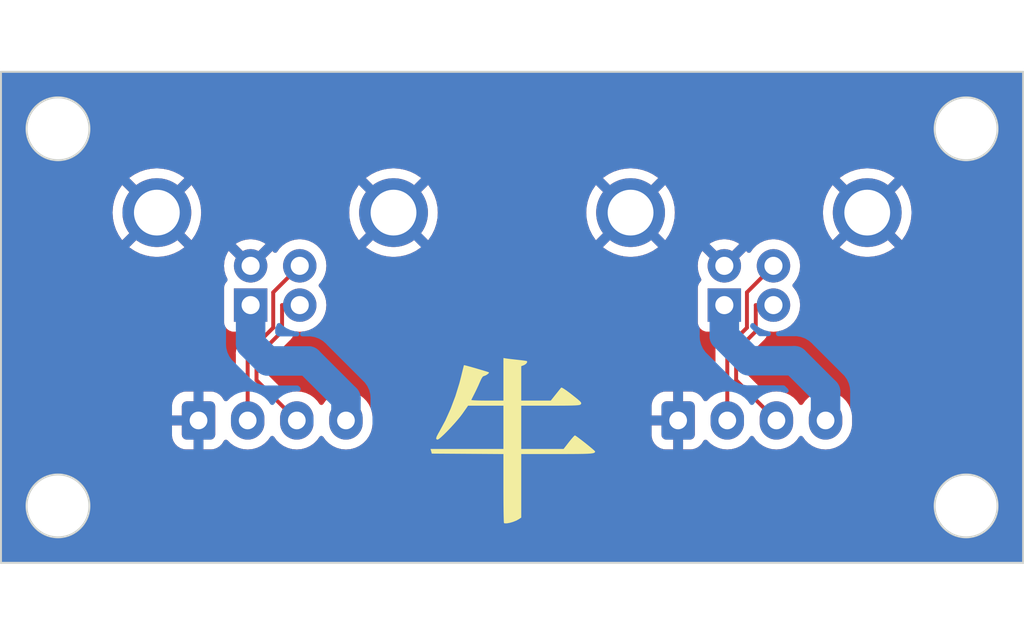
<source format=kicad_pcb>
(kicad_pcb (version 20221018) (generator pcbnew)
  (layers (0 "F.Cu" signal) (31 "B.Cu" signal) (34 "B.Paste" user) (35 "F.Paste" user) (36 "B.SilkS" user "B.Silkscreen") (37 "F.SilkS" user "F.Silkscreen") (38 "B.Mask" user) (39 "F.Mask" user) (44 "Edge.Cuts" user))
  (net 0 "")
  (net 1 "Net-(J1-Pin_4)")
  (net 2 "Net-(J2-Pin_4)")
  (net 3 "/USB1_D+")
  (net 4 "/USB1_D-")
  (net 5 "/USB2_D+")
  (net 6 "/USB2_D-")
  (net 7 "GND")
  (footprint "LOGO" (layer "F.Cu") (at 132.67987 136.925671)
    (fp_text reference "G***" hide)
    (fp_text value "LOGO" hide)
    (fp_poly (pts (xy -0.226785 -4.00037) (xy -0.112544 -3.985065) (xy 0.059072 -3.964462) (xy 0.259475 -3.941929) (xy 0.364695 -3.930659) (xy 0.547634 -3.909868) (xy 0.695759 -3.890084) (xy 0.789789 -3.874051) (xy 0.812803 -3.866903) (xy 0.819515 -3.809253) (xy 0.768593 -3.736309) (xy 0.679224 -3.672311) (xy 0.647861 -3.658509) (xy 0.518368 -3.609631) (xy 0.518368 -2.733557) (xy 0.518368 -1.857483) (xy 1.269454 -1.857483) (xy 2.020541 -1.857483) (xy 2.269766 -2.170664) (xy 2.382973 -2.312507) (xy 2.477343 -2.429983) (xy 2.538853 -2.50567) (xy 2.552691 -2.522159) (xy 2.597032 -2.5112) (xy 2.694947 -2.454365) (xy 2.833044 -2.360367) (xy 2.997934 -2.237917) (xy 3.041355 -2.204209) (xy 3.251116 -2.039119) (xy 3.400718 -1.917829) (xy 3.498433 -1.831401) (xy 3.552532 -1.7709) (xy 3.571287 -1.727387) (xy 3.562971 -1.691924) (xy 3.542177 -1.663096) (xy 3.517139 -1.645433) (xy 3.468795 -1.631214) (xy 3.38874 -1.620085) (xy 3.268568 -1.611693) (xy 3.099877 -1.605683) (xy 2.87426 -1.601701) (xy 2.583313 -1.599394) (xy 2.218632 -1.598408) (xy 2.003384 -1.5983) (xy 0.518368 -1.5983) (xy 0.518368 -0.496769) (xy 0.518368 0.604762) (xy 1.595544 0.604762) (xy 2.672721 0.604762) (xy 2.940057 0.259183) (xy 3.056134 0.11403) (xy 3.155397 -0.001088) (xy 3.224783 -0.071513) (xy 3.248086 -0.086395) (xy 3.294632 -0.060899) (xy 3.392045 0.007864) (xy 3.525759 0.108309) (xy 3.681212 0.228849) (xy 3.843837 0.357899) (xy 3.999072 0.483872) (xy 4.13235 0.595183) (xy 4.229109 0.680245) (xy 4.274783 0.727474) (xy 4.276531 0.731728) (xy 4.271613 0.763213) (xy 4.251936 0.789288) (xy 4.210117 0.810459) (xy 4.138774 0.827231) (xy 4.030524 0.840109) (xy 3.877982 0.849599) (xy 3.673767 0.856207) (xy 3.410494 0.860438) (xy 3.080782 0.862797) (xy 2.677247 0.863791) (xy 2.345613 0.863945) (xy 0.518368 0.863945) (xy 0.518368 2.480902) (xy 0.518368 4.097858) (xy 0.399575 4.179652) (xy 0.266341 4.253416) (xy 0.104332 4.317658) (xy -0.063333 4.366384) (xy -0.213537 4.393599) (xy -0.323165 4.393307) (xy -0.360529 4.376771) (xy -0.366677 4.328797) (xy -0.372363 4.203734) (xy -0.37744 4.010888) (xy -0.381759 3.759564) (xy -0.385171 3.459068) (xy -0.387529 3.118705) (xy -0.388683 2.74778) (xy -0.388775 2.606704) (xy -0.388775 0.864883) (xy -2.210761 0.853615) (xy -4.032746 0.842347) (xy -4.064508 0.723554) (xy -4.09627 0.604762) (xy -2.242522 0.604762) (xy -0.388775 0.604762) (xy -0.388775 -0.496769) (xy -0.388775 -1.5983) (xy -1.287346 -1.5983) (xy -2.185917 -1.5983) (xy -2.464472 -1.198725) (xy -2.579967 -1.044637) (xy -2.726829 -0.865944) (xy -2.894315 -0.673889) (xy -3.071681 -0.479716) (xy -3.248183 -0.29467) (xy -3.413077 -0.129993) (xy -3.555619 0.003069) (xy -3.665065 0.093274) (xy -3.730672 0.129377) (xy -3.733726 0.129591) (xy -3.794872 0.115798) (xy -3.812968 0.067803) (xy -3.785867 -0.024317) (xy -3.711424 -0.170486) (xy -3.643456 -0.287729) (xy -3.349184 -0.833489) (xy -3.075531 -1.441482) (xy -2.831746 -2.088297) (xy -2.627077 -2.750523) (xy -2.545441 -3.067007) (xy -2.494046 -3.278809) (xy -2.449705 -3.458149) (xy -2.416327 -3.589482) (xy -2.397818 -3.657259) (xy -2.395681 -3.662975) (xy -2.353844 -3.655855) (xy -2.246785 -3.62859) (xy -2.091914 -3.586238) (xy -1.906647 -3.533859) (xy -1.708397 -3.47651) (xy -1.514575 -3.419249) (xy -1.342597 -3.367136) (xy -1.209874 -3.325229) (xy -1.13382 -3.298586) (xy -1.123129 -3.293305) (xy -1.132396 -3.257018) (xy -1.192242 -3.202183) (xy -1.27557 -3.148068) (xy -1.355283 -3.113943) (xy -1.380618 -3.110204) (xy -1.440006 -3.075108) (xy -1.510012 -2.965957) (xy -1.577461 -2.818623) (xy -1.663109 -2.623293) (xy -1.765857 -2.40283) (xy -1.853569 -2.22466) (xy -1.92838 -2.077722) (xy -1.98745 -1.960923) (xy -2.020131 -1.895333) (xy -2.022717 -1.889881) (xy -1.986462 -1.879832) (xy -1.87674 -1.871052) (xy -1.706474 -1.864058) (xy -1.488589 -1.859367) (xy -1.236008 -1.857496) (xy -1.213123 -1.857483) (xy -0.388775 -1.857483) (xy -0.388775 -2.941212) (xy -0.388775 -4.024941)) (fill solid) (layer "F.SilkS"))
  )
  (footprint "remote-board:JST_XH_S4B-XH-A_1x04_P2.50mm_Horizontal_0.9mm_hole" (layer "F.Cu") (at 141.18 136.08)
    (fp_text reference "J2" hide)
    (fp_text value "USB2JST")
    (pad "1" thru_hole roundrect (at 0 0) (size 1.7 1.95) (drill 0.9) (layers "*.Cu" "*.Mask") (roundrect_rratio 0.147059) (net 7 "GND"))
    (pad "2" thru_hole oval (at 2.5 0) (size 1.7 1.95) (drill 0.9) (layers "*.Cu" "*.Mask") (net 5 "/USB2_D+"))
    (pad "3" thru_hole oval (at 5 0) (size 1.7 1.95) (drill 0.9) (layers "*.Cu" "*.Mask") (net 6 "/USB2_D-"))
    (pad "4" thru_hole oval (at 7.5 0) (size 1.7 1.95) (drill 0.9) (layers "*.Cu" "*.Mask") (net 2 "Net-(J2-Pin_4)"))
  )
  (footprint "Connector_USB:USB_B_OST_USB-B1HSxx_Horizontal" (layer "F.Cu") (at 119.43 130.2075 90)
    (fp_text reference "J3" hide)
    (fp_text value "USB_B")
    (pad "1" thru_hole rect (at 0 0 90) (size 1.7 1.7) (drill 0.92) (layers "*.Cu" "*.Mask") (net 1 "Net-(J1-Pin_4)"))
    (pad "2" thru_hole circle (at 0 2.5 90) (size 1.7 1.7) (drill 0.92) (layers "*.Cu" "*.Mask") (net 4 "/USB1_D-"))
    (pad "3" thru_hole circle (at 2 2.5 90) (size 1.7 1.7) (drill 0.92) (layers "*.Cu" "*.Mask") (net 3 "/USB1_D+"))
    (pad "4" thru_hole circle (at 2 0 90) (size 1.7 1.7) (drill 0.92) (layers "*.Cu" "*.Mask") (net 7 "GND"))
    (pad "5" thru_hole circle (at 4.71 -4.77 90) (size 3.5 3.5) (drill 2.33) (layers "*.Cu" "*.Mask") (net 7 "GND"))
    (pad "5" thru_hole circle (at 4.71 7.27 90) (size 3.5 3.5) (drill 2.33) (layers "*.Cu" "*.Mask") (net 7 "GND"))
  )
  (footprint "Connector_USB:USB_B_OST_USB-B1HSxx_Horizontal" (layer "F.Cu") (at 143.53 130.2075 90)
    (fp_text reference "J4" hide)
    (fp_text value "USB_B")
    (pad "1" thru_hole rect (at 0 0 90) (size 1.7 1.7) (drill 0.92) (layers "*.Cu" "*.Mask") (net 2 "Net-(J2-Pin_4)"))
    (pad "2" thru_hole circle (at 0 2.5 90) (size 1.7 1.7) (drill 0.92) (layers "*.Cu" "*.Mask") (net 6 "/USB2_D-"))
    (pad "3" thru_hole circle (at 2 2.5 90) (size 1.7 1.7) (drill 0.92) (layers "*.Cu" "*.Mask") (net 5 "/USB2_D+"))
    (pad "4" thru_hole circle (at 2 0 90) (size 1.7 1.7) (drill 0.92) (layers "*.Cu" "*.Mask") (net 7 "GND"))
    (pad "5" thru_hole circle (at 4.71 -4.77 90) (size 3.5 3.5) (drill 2.33) (layers "*.Cu" "*.Mask") (net 7 "GND"))
    (pad "5" thru_hole circle (at 4.71 7.27 90) (size 3.5 3.5) (drill 2.33) (layers "*.Cu" "*.Mask") (net 7 "GND"))
  )
  (footprint "remote-board:JST_XH_S4B-XH-A_1x04_P2.50mm_Horizontal_0.9mm_hole" (layer "F.Cu") (at 116.78 136.08)
    (fp_text reference "J1" hide)
    (fp_text value "USB1JST")
    (pad "1" thru_hole roundrect (at 0 0) (size 1.7 1.95) (drill 0.9) (layers "*.Cu" "*.Mask") (roundrect_rratio 0.147059) (net 7 "GND"))
    (pad "2" thru_hole oval (at 2.5 0) (size 1.7 1.95) (drill 0.9) (layers "*.Cu" "*.Mask") (net 3 "/USB1_D+"))
    (pad "3" thru_hole oval (at 5 0) (size 1.7 1.95) (drill 0.9) (layers "*.Cu" "*.Mask") (net 4 "/USB1_D-"))
    (pad "4" thru_hole oval (at 7.5 0) (size 1.7 1.95) (drill 0.9) (layers "*.Cu" "*.Mask") (net 1 "Net-(J1-Pin_4)"))
  )
  (gr_circle (center 109.63 121.23) (end 111.23 121.23) (stroke (width 0.1)) (fill none) (layer "Edge.Cuts"))
  (gr_line (start 106.73 143.33) (end 106.73 118.33) (stroke (width 0.1)) (layer "Edge.Cuts"))
  (gr_line (start 106.73 118.33) (end 158.73 118.33) (stroke (width 0.1)) (layer "Edge.Cuts"))
  (gr_line (start 158.73 143.33) (end 158.73 118.33) (stroke (width 0.1)) (layer "Edge.Cuts"))
  (gr_circle (center 155.83 140.43) (end 157.43 140.43) (stroke (width 0.1)) (fill none) (layer "Edge.Cuts"))
  (gr_circle (center 109.63 140.43) (end 111.23 140.43) (stroke (width 0.1)) (fill none) (layer "Edge.Cuts"))
  (gr_circle (center 155.83 121.23) (end 157.43 121.23) (stroke (width 0.1)) (fill none) (layer "Edge.Cuts"))
  (gr_line (start 106.73 143.33) (end 158.73 143.33) (stroke (width 0.1)) (layer "Edge.Cuts"))
  (segment (start 124.28 134.96) (end 122.37 133.05) (width 1.5) (layer "B.Cu") (net 1))
  (segment (start 122.37 133.05) (end 120.3 133.05) (width 1.5) (layer "B.Cu") (net 1))
  (segment (start 120.3 133.05) (end 119.43 132.18) (width 1.5) (layer "B.Cu") (net 1))
  (segment (start 124.28 136.08) (end 124.28 134.96) (width 1.5) (layer "B.Cu") (net 1))
  (segment (start 119.43 132.18) (end 119.43 130.2075) (width 1.5) (layer "B.Cu") (net 1))
  (segment (start 148.68 136.08) (end 148.68 134.62) (width 1.5) (layer "B.Cu") (net 2))
  (segment (start 148.68 134.62) (end 147.1 133.04) (width 1.5) (layer "B.Cu") (net 2))
  (segment (start 144.78 133.04) (end 143.53 131.79) (width 1.5) (layer "B.Cu") (net 2))
  (segment (start 147.1 133.04) (end 144.78 133.04) (width 1.5) (layer "B.Cu") (net 2))
  (segment (start 143.53 131.79) (end 143.53 130.2075) (width 1.5) (layer "B.Cu") (net 2))
  (segment (start 119.28 136.08) (end 119.28 132.6575) (width 0.2) (layer "F.Cu") (net 3))
  (segment (start 120.58 131.3575) (end 120.58 129.5575) (width 0.2) (layer "F.Cu") (net 3))
  (segment (start 119.28 132.6575) (end 120.58 131.3575) (width 0.2) (layer "F.Cu") (net 3))
  (segment (start 120.58 129.5575) (end 121.93 128.2075) (width 0.2) (layer "F.Cu") (net 3))
  (segment (start 119.730001 132.843868) (end 121.029981 131.543888) (width 0.2) (layer "F.Cu") (net 4))
  (segment (start 119.730001 134.030001) (end 119.730001 132.843868) (width 0.2) (layer "F.Cu") (net 4))
  (segment (start 121.329981 130.2075) (end 122.23 130.2075) (width 0.2) (layer "F.Cu") (net 4))
  (segment (start 121.78 136.08) (end 119.730001 134.030001) (width 0.2) (layer "F.Cu") (net 4))
  (segment (start 121.029981 130.2075) (end 121.93 130.2075) (width 0.2) (layer "F.Cu") (net 4))
  (segment (start 121.029981 131.543888) (end 121.029981 130.2075) (width 0.2) (layer "F.Cu") (net 4))
  (segment (start 144.68 131.3575) (end 144.68 129.5575) (width 0.2) (layer "F.Cu") (net 5))
  (segment (start 143.68 132.3575) (end 144.68 131.3575) (width 0.2) (layer "F.Cu") (net 5))
  (segment (start 143.68 136.08) (end 143.68 132.3575) (width 0.2) (layer "F.Cu") (net 5))
  (segment (start 144.68 129.5575) (end 146.03 128.2075) (width 0.2) (layer "F.Cu") (net 5))
  (segment (start 144.130001 132.543868) (end 145.129981 131.543888) (width 0.2) (layer "F.Cu") (net 6))
  (segment (start 146.18 136.08) (end 144.130001 134.030001) (width 0.2) (layer "F.Cu") (net 6))
  (segment (start 145.129981 131.543888) (end 145.129981 130.2075) (width 0.2) (layer "F.Cu") (net 6))
  (segment (start 144.130001 134.030001) (end 144.130001 132.543868) (width 0.2) (layer "F.Cu") (net 6))
  (segment (start 145.129981 130.2075) (end 146.03 130.2075) (width 0.2) (layer "F.Cu") (net 6))
  (zone (net 7) (net_name "GND") (layers "F&B.Cu") (connect_pads (clearance 0.5)) (min_thickness 0.25) (fill yes (thermal_gap 0.5) (thermal_bridge_width 0.5) (island_removal_mode 1) (island_area_min 10))
    (polygon (pts (xy 106.74 118.33) (xy 158.73 118.33) (xy 158.74 143.35) (xy 106.73 143.33)))
  )
)
</source>
